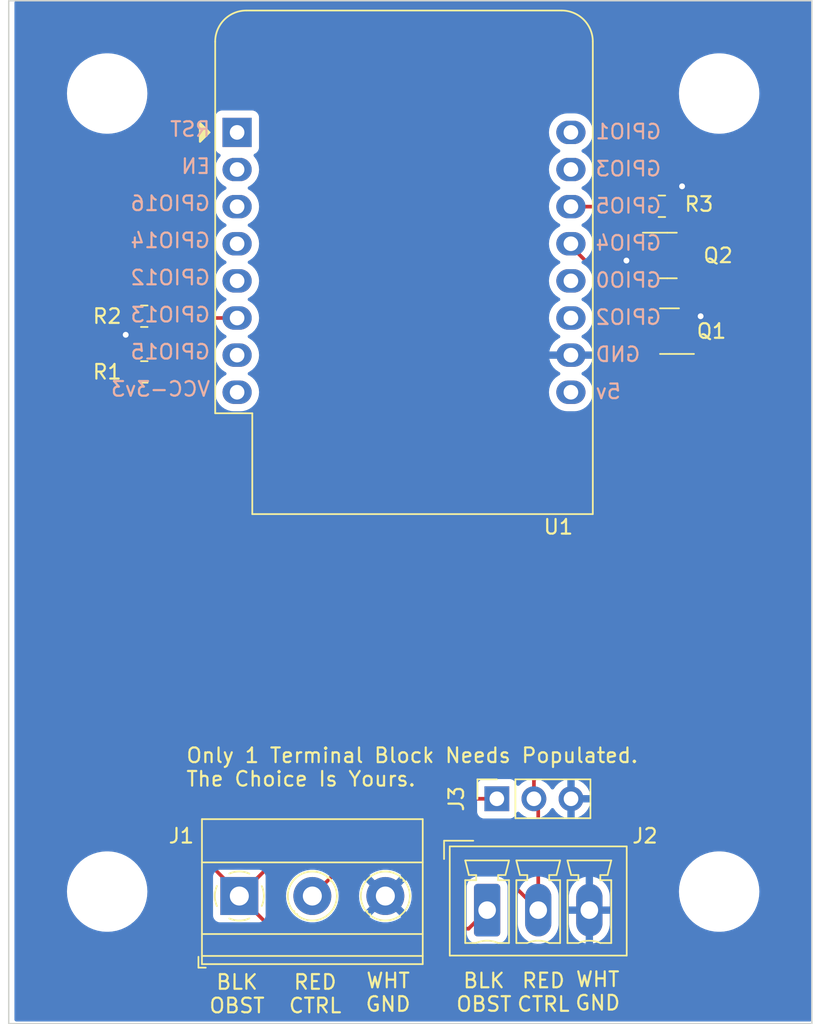
<source format=kicad_pcb>
(kicad_pcb (version 20221018) (generator pcbnew)
  (layers (0 "F.Cu" signal) (31 "B.Cu" signal) (34 "B.Paste" user) (35 "F.Paste" user) (36 "B.SilkS" user "B.Silkscreen") (37 "F.SilkS" user "F.Silkscreen") (38 "B.Mask" user) (39 "F.Mask" user) (44 "Edge.Cuts" user))
  (net 0 "")
  (net 1 "Net-(Q1-D)")
  (net 2 "Net-(Q2-G)")
  (net 3 "Net-(U1-MOSI{slash}D7)")
  (net 9 "unconnected-(U1-CS{slash}D8-Pad7)")
  (net 10 "+3.3V")
  (net 15 "GND")
  (net 16 "+5V")
  (net 17 "Net-(J1-Blk{slash}Obst)")
  (net 18 "Net-(J1-Red{slash}Cntrl)")
  (footprint "Resistor_SMD:R_0805_2012Metric" (layer "F.Cu") (at 158.638673 71.215222 180)
    (fp_text reference "R3" (at -2.54 0.144162) (layer "F.SilkS"))
    (fp_text value "10k")
    (fp_line (start -0.227064 -0.735) (end 0.227064 -0.735) (stroke (width 0.12)) (layer "F.SilkS"))
    (fp_line (start -0.227064 0.735) (end 0.227064 0.735) (stroke (width 0.12)) (layer "F.SilkS"))
    (pad "1" smd roundrect (at -0.9125 0 180) (size 1.025 1.4) (layers "F.Cu" "F.Paste" "F.Mask") (roundrect_rratio 0.243902439) (net 15 "GND"))
    (pad "2" smd roundrect (at 0.9125 0 180) (size 1.025 1.4) (layers "F.Cu" "F.Paste" "F.Mask") (roundrect_rratio 0.243902439) (net 2 "Net-(Q2-G)"))
  )
  (footprint "MountingHole:MountingHole_5mm" (layer "F.Cu") (at 162.56 63.5)
    (fp_text reference "REF**" hide)
    (fp_text value "MountingHole_5mm")
    (pad "" np_thru_hole circle (at 0 0) (size 5 5) (drill 5) (layers "*.Cu" "*.Mask"))
  )
  (footprint "MountingHole:MountingHole_5mm" (layer "F.Cu") (at 162.56 118.11)
    (fp_text reference "REF**" hide)
    (fp_text value "MountingHole_5mm")
    (pad "" np_thru_hole circle (at 0 0) (size 5 5) (drill 5) (layers "F&B.Cu" "*.Mask"))
  )
  (footprint "Module:WEMOS_D1_mini_light" (layer "F.Cu") (at 129.5475 66.16)
    (fp_text reference "U1" (at 22 27) (layer "F.SilkS"))
    (fp_text value "WeMos_D1_mini")
    (fp_line (start -1.5 19.22) (end -1.5 -6.21) (stroke (width 0.12)) (layer "F.SilkS"))
    (fp_line (start -1.5 19.22) (end 1.04 19.22) (stroke (width 0.12)) (layer "F.SilkS"))
    (fp_line (start 1.04 19.22) (end 1.04 26.12) (stroke (width 0.12)) (layer "F.SilkS"))
    (fp_line (start 1.04 26.12) (end 24.36 26.12) (stroke (width 0.12)) (layer "F.SilkS"))
    (fp_line (start 22.24 -8.34) (end 0.63 -8.34) (stroke (width 0.12)) (layer "F.SilkS"))
    (fp_line (start 24.36 26.12) (end 24.36 -6.21) (stroke (width 0.12)) (layer "F.SilkS"))
    (fp_arc (start -1.5 -6.21) (mid -0.876137 -7.716137) (end 0.63 -8.34) (stroke (width 0.12)) (layer "F.SilkS"))
    (fp_arc (start 22.23 -8.34) (mid 23.736137 -7.716137) (end 24.36 -6.21) (stroke (width 0.12)) (layer "F.SilkS"))
    (fp_poly (pts (xy -2.54 -0.635) (xy -2.54 0.635) (xy -1.905 0)) (stroke (width 0.15)) (fill solid) (layer "F.SilkS"))
    (pad "1" thru_hole rect (at 0 0) (size 2 2) (drill 1) (layers "*.Cu" "*.Mask"))
    (pad "2" thru_hole oval (at 0 2.54) (size 2 1.6) (drill 1) (layers "*.Cu" "*.Mask"))
    (pad "3" thru_hole oval (at 0 5.08) (size 2 1.6) (drill 1) (layers "*.Cu" "*.Mask"))
    (pad "4" thru_hole oval (at 0 7.62) (size 2 1.6) (drill 1) (layers "*.Cu" "*.Mask"))
    (pad "5" thru_hole oval (at 0 10.16) (size 2 1.6) (drill 1) (layers "*.Cu" "*.Mask"))
    (pad "6" thru_hole oval (at 0 12.7) (size 2 1.6) (drill 1) (layers "*.Cu" "*.Mask") (net 3 "Net-(U1-MOSI{slash}D7)"))
    (pad "7" thru_hole oval (at 0 15.24) (size 2 1.6) (drill 1) (layers "*.Cu" "*.Mask") (net 9 "unconnected-(U1-CS{slash}D8-Pad7)"))
    (pad "8" thru_hole oval (at 0 17.78) (size 2 1.6) (drill 1) (layers "*.Cu" "*.Mask") (net 10 "+3.3V"))
    (pad "9" thru_hole oval (at 22.86 17.78) (size 2 1.6) (drill 1) (layers "*.Cu" "*.Mask") (net 16 "+5V"))
    (pad "10" thru_hole oval (at 22.86 15.24) (size 2 1.6) (drill 1) (layers "*.Cu" "*.Mask") (net 15 "GND"))
    (pad "11" thru_hole oval (at 22.86 12.7) (size 2 1.6) (drill 1) (layers "*.Cu" "*.Mask"))
    (pad "12" thru_hole oval (at 22.86 10.16) (size 2 1.6) (drill 1) (layers "*.Cu" "*.Mask"))
    (pad "13" thru_hole oval (at 22.86 7.62) (size 2 1.6) (drill 1) (layers "*.Cu" "*.Mask") (net 1 "Net-(Q1-D)"))
    (pad "14" thru_hole oval (at 22.86 5.08) (size 2 1.6) (drill 1) (layers "*.Cu" "*.Mask") (net 2 "Net-(Q2-G)"))
    (pad "15" thru_hole oval (at 22.86 2.54) (size 2 1.6) (drill 1) (layers "*.Cu" "*.Mask"))
    (pad "16" thru_hole oval (at 22.86 0) (size 2 1.6) (drill 1) (layers "*.Cu" "*.Mask"))
  )
  (footprint "MountingHole:MountingHole_5mm" (layer "F.Cu") (at 120.65 118.11)
    (fp_text reference "REF**" hide)
    (fp_text value "MountingHole_5mm")
    (pad "" np_thru_hole circle (at 0 0) (size 5 5) (drill 5) (layers "F&B.Cu" "*.Mask"))
  )
  (footprint "Connector_PinSocket_2.54mm:PinSocket_1x03_P2.54mm_Vertical" (layer "F.Cu") (at 147.335 111.76 90)
    (fp_text reference "J3" (at 0 -2.77 90) (layer "F.SilkS"))
    (fp_text value "Screw_Terminal_01x03")
    (fp_line (start -1.33 1.27) (end -1.33 6.41) (stroke (width 0.12)) (layer "F.SilkS"))
    (fp_line (start -1.33 1.27) (end 1.33 1.27) (stroke (width 0.12)) (layer "F.SilkS"))
    (fp_line (start -1.33 6.41) (end 1.33 6.41) (stroke (width 0.12)) (layer "F.SilkS"))
    (fp_line (start 0 -1.33) (end 1.33 -1.33) (stroke (width 0.12)) (layer "F.SilkS"))
    (fp_line (start 1.33 -1.33) (end 1.33 0) (stroke (width 0.12)) (layer "F.SilkS"))
    (fp_line (start 1.33 1.27) (end 1.33 6.41) (stroke (width 0.12)) (layer "F.SilkS"))
    (pad "1" thru_hole rect (at 0 0 90) (size 1.7 1.7) (drill 1) (layers "*.Cu" "*.Mask") (net 17 "Net-(J1-Blk{slash}Obst)"))
    (pad "2" thru_hole oval (at 0 2.54 90) (size 1.7 1.7) (drill 1) (layers "*.Cu" "*.Mask") (net 18 "Net-(J1-Red{slash}Cntrl)"))
    (pad "3" thru_hole oval (at 0 5.08 90) (size 1.7 1.7) (drill 1) (layers "*.Cu" "*.Mask") (net 15 "GND"))
  )
  (footprint "MountingHole:MountingHole_5mm" (layer "F.Cu") (at 120.65 63.5)
    (fp_text reference "REF**" hide)
    (fp_text value "MountingHole_5mm")
    (pad "" np_thru_hole circle (at 0 0) (size 5 5) (drill 5) (layers "F&B.Cu" "*.Mask"))
  )
  (footprint "Package_TO_SOT_SMD:SOT-23" (layer "F.Cu") (at 159.009257 74.582843)
    (fp_text reference "Q2" (at 3.4775 0) (layer "F.SilkS"))
    (fp_text value "AO3400A")
    (fp_line (start 0 -1.56) (end -1.675 -1.56) (stroke (width 0.12)) (layer "F.SilkS"))
    (fp_line (start 0 -1.56) (end 0.65 -1.56) (stroke (width 0.12)) (layer "F.SilkS"))
    (fp_line (start 0 1.56) (end -0.65 1.56) (stroke (width 0.12)) (layer "F.SilkS"))
    (fp_line (start 0 1.56) (end 0.65 1.56) (stroke (width 0.12)) (layer "F.SilkS"))
    (pad "1" smd roundrect (at -0.9375 -0.95) (size 1.475 0.6) (layers "F.Cu" "F.Paste" "F.Mask") (net 2 "Net-(Q2-G)"))
    (pad "2" smd roundrect (at -0.9375 0.95) (size 1.475 0.6) (layers "F.Cu" "F.Paste" "F.Mask") (net 15 "GND"))
    (pad "3" smd roundrect (at 0.9375 0) (size 1.475 0.6) (layers "F.Cu" "F.Paste" "F.Mask") (net 18 "Net-(J1-Red{slash}Cntrl)"))
  )
  (footprint "Package_TO_SOT_SMD:SOT-23" (layer "F.Cu") (at 159.1587 79.759515 180)
    (fp_text reference "Q1" (at -2.8725 0) (layer "F.SilkS"))
    (fp_text value "2N7002")
    (fp_line (start 0 -1.56) (end -1.675 -1.56) (stroke (width 0.12)) (layer "F.SilkS"))
    (fp_line (start 0 -1.56) (end 0.65 -1.56) (stroke (width 0.12)) (layer "F.SilkS"))
    (fp_line (start 0 1.56) (end -0.65 1.56) (stroke (width 0.12)) (layer "F.SilkS"))
    (fp_line (start 0 1.56) (end 0.65 1.56) (stroke (width 0.12)) (layer "F.SilkS"))
    (pad "1" smd roundrect (at -0.9375 -0.95 180) (size 1.475 0.6) (layers "F.Cu" "F.Paste" "F.Mask") (net 18 "Net-(J1-Red{slash}Cntrl)"))
    (pad "2" smd roundrect (at -0.9375 0.95 180) (size 1.475 0.6) (layers "F.Cu" "F.Paste" "F.Mask") (net 15 "GND"))
    (pad "3" smd roundrect (at 0.9375 0 180) (size 1.475 0.6) (layers "F.Cu" "F.Paste" "F.Mask") (net 1 "Net-(Q1-D)"))
  )
  (footprint "Connector_Phoenix_MC:PhoenixContact_MCV_1,5_3-G-3.5_1x03_P3.50mm_Vertical" (layer "F.Cu") (at 146.67 119.38)
    (fp_text reference "J2" (at 10.81 -5.08) (layer "F.SilkS"))
    (fp_text value "Screw_Terminal_01x03")
    (fp_line (start -2.95 -4.75) (end -0.95 -4.75) (stroke (width 0.12)) (layer "F.SilkS"))
    (fp_line (start -2.95 -3.5) (end -2.95 -4.75) (stroke (width 0.12)) (layer "F.SilkS"))
    (fp_line (start -2.56 -4.36) (end -2.56 3.11) (stroke (width 0.12)) (layer "F.SilkS"))
    (fp_line (start -2.56 3.11) (end 9.56 3.11) (stroke (width 0.12)) (layer "F.SilkS"))
    (fp_line (start -1.5 -3.4) (end 1.5 -3.4) (stroke (width 0.12)) (layer "F.SilkS"))
    (fp_line (start -1.5 -2.05) (end -0.75 -2.05) (stroke (width 0.12)) (layer "F.SilkS"))
    (fp_line (start -1.5 2.25) (end -1.5 -2.05) (stroke (width 0.12)) (layer "F.SilkS"))
    (fp_line (start -1.25 -2.4) (end -1.5 -3.4) (stroke (width 0.12)) (layer "F.SilkS"))
    (fp_line (start -0.75 -2.4) (end -1.25 -2.4) (stroke (width 0.12)) (layer "F.SilkS"))
    (fp_line (start -0.75 -2.05) (end -0.75 -2.4) (stroke (width 0.12)) (layer "F.SilkS"))
    (fp_line (start -0.75 2.25) (end -1.5 2.25) (stroke (width 0.12)) (layer "F.SilkS"))
    (fp_line (start 0.75 -2.4) (end 0.75 -2.05) (stroke (width 0.12)) (layer "F.SilkS"))
    (fp_line (start 0.75 -2.05) (end 1.5 -2.05) (stroke (width 0.12)) (layer "F.SilkS"))
    (fp_line (start 1.25 -2.4) (end 0.75 -2.4) (stroke (width 0.12)) (layer "F.SilkS"))
    (fp_line (start 1.5 -3.4) (end 1.25 -2.4) (stroke (width 0.12)) (layer "F.SilkS"))
    (fp_line (start 1.5 -2.05) (end 1.5 2.25) (stroke (width 0.12)) (layer "F.SilkS"))
    (fp_line (start 1.5 2.25) (end 0.75 2.25) (stroke (width 0.12)) (layer "F.SilkS"))
    (fp_line (start 2 -3.4) (end 5 -3.4) (stroke (width 0.12)) (layer "F.SilkS"))
    (fp_line (start 2 -2.05) (end 2.75 -2.05) (stroke (width 0.12)) (layer "F.SilkS"))
    (fp_line (start 2 2.25) (end 2 -2.05) (stroke (width 0.12)) (layer "F.SilkS"))
    (fp_line (start 2.25 -2.4) (end 2 -3.4) (stroke (width 0.12)) (layer "F.SilkS"))
    (fp_line (start 2.75 -2.4) (end 2.25 -2.4) (stroke (width 0.12)) (layer "F.SilkS"))
    (fp_line (start 2.75 -2.05) (end 2.75 -2.4) (stroke (width 0.12)) (layer "F.SilkS"))
    (fp_line (start 2.75 2.25) (end 2 2.25) (stroke (width 0.12)) (layer "F.SilkS"))
    (fp_line (start 4.25 -2.4) (end 4.25 -2.05) (stroke (width 0.12)) (layer "F.SilkS"))
    (fp_line (start 4.25 -2.05) (end 5 -2.05) (stroke (width 0.12)) (layer "F.SilkS"))
    (fp_line (start 4.75 -2.4) (end 4.25 -2.4) (stroke (width 0.12)) (layer "F.SilkS"))
    (fp_line (start 5 -3.4) (end 4.75 -2.4) (stroke (width 0.12)) (layer "F.SilkS"))
    (fp_line (start 5 -2.05) (end 5 2.25) (stroke (width 0.12)) (layer "F.SilkS"))
    (fp_line (start 5 2.25) (end 4.25 2.25) (stroke (width 0.12)) (layer "F.SilkS"))
    (fp_line (start 5.5 -3.4) (end 8.5 -3.4) (stroke (width 0.12)) (layer "F.SilkS"))
    (fp_line (start 5.5 -2.05) (end 6.25 -2.05) (stroke (width 0.12)) (layer "F.SilkS"))
    (fp_line (start 5.5 2.25) (end 5.5 -2.05) (stroke (width 0.12)) (layer "F.SilkS"))
    (fp_line (start 5.75 -2.4) (end 5.5 -3.4) (stroke (width 0.12)) (layer "F.SilkS"))
    (fp_line (start 6.25 -2.4) (end 5.75 -2.4) (stroke (width 0.12)) (layer "F.SilkS"))
    (fp_line (start 6.25 -2.05) (end 6.25 -2.4) (stroke (width 0.12)) (layer "F.SilkS"))
    (fp_line (start 6.25 2.25) (end 5.5 2.25) (stroke (width 0.12)) (layer "F.SilkS"))
    (fp_line (start 7.75 -2.4) (end 7.75 -2.05) (stroke (width 0.12)) (layer "F.SilkS"))
    (fp_line (start 7.75 -2.05) (end 8.5 -2.05) (stroke (width 0.12)) (layer "F.SilkS"))
    (fp_line (start 8.25 -2.4) (end 7.75 -2.4) (stroke (width 0.12)) (layer "F.SilkS"))
    (fp_line (start 8.5 -3.4) (end 8.25 -2.4) (stroke (width 0.12)) (layer "F.SilkS"))
    (fp_line (start 8.5 -2.05) (end 8.5 2.25) (stroke (width 0.12)) (layer "F.SilkS"))
    (fp_line (start 8.5 2.25) (end 7.75 2.25) (stroke (width 0.12)) (layer "F.SilkS"))
    (fp_line (start 9.56 -4.36) (end -2.56 -4.36) (stroke (width 0.12)) (layer "F.SilkS"))
    (fp_line (start 9.56 3.11) (end 9.56 -4.36) (stroke (width 0.12)) (layer "F.SilkS"))
    (fp_arc (start -0.75 2.25) (mid -0.000193 2.09191) (end 0.749647 2.249844) (stroke (width 0.12)) (layer "F.SilkS"))
    (fp_arc (start 2.75 2.25) (mid 3.499807 2.09191) (end 4.249647 2.249844) (stroke (width 0.12)) (layer "F.SilkS"))
    (fp_arc (start 6.25 2.25) (mid 6.999807 2.09191) (end 7.749647 2.249844) (stroke (width 0.12)) (layer "F.SilkS"))
    (pad "1" thru_hole roundrect (at 0 0) (size 1.8 3.6) (drill 1.2) (layers "*.Cu" "*.Mask") (roundrect_rratio 0.1388888889) (net 17 "Net-(J1-Blk{slash}Obst)"))
    (pad "2" thru_hole oval (at 3.5 0) (size 1.8 3.6) (drill 1.2) (layers "*.Cu" "*.Mask") (net 18 "Net-(J1-Red{slash}Cntrl)"))
    (pad "3" thru_hole oval (at 7 0) (size 1.8 3.6) (drill 1.2) (layers "*.Cu" "*.Mask") (net 15 "GND"))
  )
  (footprint "TerminalBlock_Phoenix:TerminalBlock_Phoenix_MKDS-1,5-3_1x03_P5.00mm_Horizontal" (layer "F.Cu") (at 129.7 118.415)
    (fp_text reference "J1" (at -3.97 -4.115) (layer "F.SilkS"))
    (fp_text value "Screw_Terminal_01x03")
    (fp_line (start -2.8 4.16) (end -2.8 4.9) (stroke (width 0.12)) (layer "F.SilkS"))
    (fp_line (start -2.8 4.9) (end -2.3 4.9) (stroke (width 0.12)) (layer "F.SilkS"))
    (fp_line (start -2.56 -5.261) (end -2.56 4.66) (stroke (width 0.12)) (layer "F.SilkS"))
    (fp_line (start -2.56 -5.261) (end 12.56 -5.261) (stroke (width 0.12)) (layer "F.SilkS"))
    (fp_line (start -2.56 -2.301) (end 12.56 -2.301) (stroke (width 0.12)) (layer "F.SilkS"))
    (fp_line (start -2.56 2.6) (end 12.56 2.6) (stroke (width 0.12)) (layer "F.SilkS"))
    (fp_line (start -2.56 4.1) (end 12.56 4.1) (stroke (width 0.12)) (layer "F.SilkS"))
    (fp_line (start -2.56 4.66) (end 12.56 4.66) (stroke (width 0.12)) (layer "F.SilkS"))
    (fp_line (start 3.773 1.023) (end 3.726 1.069) (stroke (width 0.12)) (layer "F.SilkS"))
    (fp_line (start 3.966 1.239) (end 3.931 1.274) (stroke (width 0.12)) (layer "F.SilkS"))
    (fp_line (start 6.07 -1.275) (end 6.035 -1.239) (stroke (width 0.12)) (layer "F.SilkS"))
    (fp_line (start 6.275 -1.069) (end 6.228 -1.023) (stroke (width 0.12)) (layer "F.SilkS"))
    (fp_line (start 8.773 1.023) (end 8.726 1.069) (stroke (width 0.12)) (layer "F.SilkS"))
    (fp_line (start 8.966 1.239) (end 8.931 1.274) (stroke (width 0.12)) (layer "F.SilkS"))
    (fp_line (start 11.07 -1.275) (end 11.035 -1.239) (stroke (width 0.12)) (layer "F.SilkS"))
    (fp_line (start 11.275 -1.069) (end 11.228 -1.023) (stroke (width 0.12)) (layer "F.SilkS"))
    (fp_line (start 12.56 -5.261) (end 12.56 4.66) (stroke (width 0.12)) (layer "F.SilkS"))
    (fp_arc (start -1.535427 0.683042) (mid -1.680501 -0.000524) (end -1.535 -0.684) (stroke (width 0.12)) (layer "F.SilkS"))
    (fp_arc (start -0.683042 -1.535427) (mid 0.000524 -1.680501) (end 0.684 -1.535) (stroke (width 0.12)) (layer "F.SilkS"))
    (fp_arc (start 0.028805 1.680253) (mid -0.335551 1.646659) (end -0.684 1.535) (stroke (width 0.12)) (layer "F.SilkS"))
    (fp_arc (start 0.683318 1.534756) (mid 0.349292 1.643288) (end 0 1.68) (stroke (width 0.12)) (layer "F.SilkS"))
    (fp_arc (start 1.535427 -0.683042) (mid 1.680501 0.000524) (end 1.535 0.684) (stroke (width 0.12)) (layer "F.SilkS"))
    (fp_circle (center 5 0) (end 6.68 0) (stroke (width 0.12)) (fill none) (layer "F.SilkS"))
    (fp_circle (center 10 0) (end 11.68 0) (stroke (width 0.12)) (fill none) (layer "F.SilkS"))
    (pad "1" thru_hole rect (at 0 0) (size 2.6 2.6) (drill 1.3) (layers "*.Cu" "*.Mask") (net 17 "Net-(J1-Blk{slash}Obst)"))
    (pad "2" thru_hole circle (at 5 0) (size 2.6 2.6) (drill 1.3) (layers "*.Cu" "*.Mask") (net 18 "Net-(J1-Red{slash}Cntrl)"))
    (pad "3" thru_hole circle (at 10 0) (size 2.6 2.6) (drill 1.3) (layers "*.Cu" "*.Mask") (net 15 "GND"))
  )
  (footprint "Resistor_SMD:R_0805_2012Metric" (layer "F.Cu") (at 123.19 78.74 180)
    (fp_text reference "R2" (at 2.54 0) (layer "F.SilkS"))
    (fp_text value "10k")
    (fp_line (start -0.227064 -0.735) (end 0.227064 -0.735) (stroke (width 0.12)) (layer "F.SilkS"))
    (fp_line (start -0.227064 0.735) (end 0.227064 0.735) (stroke (width 0.12)) (layer "F.SilkS"))
    (pad "1" smd roundrect (at -0.9125 0 180) (size 1.025 1.4) (layers "F.Cu" "F.Paste" "F.Mask") (roundrect_rratio 0.243902439) (net 3 "Net-(U1-MOSI{slash}D7)"))
    (pad "2" smd roundrect (at 0.9125 0 180) (size 1.025 1.4) (layers "F.Cu" "F.Paste" "F.Mask") (roundrect_rratio 0.243902439) (net 15 "GND"))
  )
  (footprint "Resistor_SMD:R_0805_2012Metric" (layer "F.Cu") (at 123.19 82.55)
    (fp_text reference "R1" (at -2.54 0) (layer "F.SilkS"))
    (fp_text value "10k")
    (fp_line (start -0.227064 -0.735) (end 0.227064 -0.735) (stroke (width 0.12)) (layer "F.SilkS"))
    (fp_line (start -0.227064 0.735) (end 0.227064 0.735) (stroke (width 0.12)) (layer "F.SilkS"))
    (pad "1" smd roundrect (at -0.9125 0) (size 1.025 1.4) (layers "F.Cu" "F.Paste" "F.Mask") (roundrect_rratio 0.243902439) (net 17 "Net-(J1-Blk{slash}Obst)"))
    (pad "2" smd roundrect (at 0.9125 0) (size 1.025 1.4) (layers "F.Cu" "F.Paste" "F.Mask") (roundrect_rratio 0.243902439) (net 3 "Net-(U1-MOSI{slash}D7)"))
  )
  (gr_rect (start 113.91 57.15) (end 168.91 127.15) (stroke (width 0.1)) (fill none) (layer "Edge.Cuts"))
  (gr_text "GPIO0" (at 158.68124 76.855989) (layer "B.SilkS") (effects (font (size 1 1)) (justify left bottom mirror)))
  (gr_text "RST" (at 127.785908 66.525297) (layer "B.SilkS") (effects (font (size 1 1)) (justify left bottom mirror)))
  (gr_text "GPIO5" (at 158.68124 71.775989) (layer "B.SilkS") (effects (font (size 1 1)) (justify left bottom mirror)))
  (gr_text "GPIO3" (at 158.68124 69.235989) (layer "B.SilkS") (effects (font (size 1 1)) (justify left bottom mirror)))
  (gr_text "GPIO2" (at 158.68124 79.395989) (layer "B.SilkS") (effects (font (size 1 1)) (justify left bottom mirror)))
  (gr_text "GPIO13" (at 127.785908 79.225297) (layer "B.SilkS") (effects (font (size 1 1)) (justify left bottom mirror)))
  (gr_text "5v" (at 155.919336 84.475989) (layer "B.SilkS") (effects (font (size 1 1)) (justify left bottom mirror)))
  (gr_text "GPIO15" (at 127.785908 81.765297) (layer "B.SilkS") (effects (font (size 1 1)) (justify left bottom mirror)))
  (gr_text "EN" (at 127.785908 69.065297) (layer "B.SilkS") (effects (font (size 1 1)) (justify left bottom mirror)))
  (gr_text "GPIO12" (at 127.785908 76.685297) (layer "B.SilkS") (effects (font (size 1 1)) (justify left bottom mirror)))
  (gr_text "GPIO1" (at 158.68124 66.695989) (layer "B.SilkS") (effects (font (size 1 1)) (justify left bottom mirror)))
  (gr_text "VCC-3v3" (at 127.785908 84.305297) (layer "B.SilkS") (effects (font (size 1 1)) (justify left bottom mirror)))
  (gr_text "GND" (at 157.252669 81.935989) (layer "B.SilkS") (effects (font (size 1 1)) (justify left bottom mirror)))
  (gr_text "GPIO14" (at 127.785908 74.145297) (layer "B.SilkS") (effects (font (size 1 1)) (justify left bottom mirror)))
  (gr_text "GPIO16" (at 127.785908 71.605297) (layer "B.SilkS") (effects (font (size 1 1)) (justify left bottom mirror)))
  (gr_text "GPIO4" (at 158.68124 74.315989) (layer "B.SilkS") (effects (font (size 1 1)) (justify left bottom mirror)))
  (gr_text "BLK\nOBST" (at 146.447233 126.397903) (layer "F.SilkS") (effects (font (size 1 1)) (justify bottom)))
  (gr_text "RED\nCTRL" (at 134.894489 126.499836) (layer "F.SilkS") (effects (font (size 1 1)) (justify bottom)))
  (gr_text "RED\nCTRL" (at 150.524231 126.397903) (layer "F.SilkS") (effects (font (size 1 1)) (justify bottom)))
  (gr_text "WHT\nGND" (at 139.891836 126.397903) (layer "F.SilkS") (effects (font (size 1 1)) (justify bottom)))
  (gr_text "Only 1 Terminal Block Needs Populated.\nThe Choice Is Yours." (at 125.988789 110.988208) (layer "F.SilkS") (effects (font (size 1 1)) (justify left bottom)))
  (gr_text "BLK\nOBST" (at 129.54 126.499836) (layer "F.SilkS") (effects (font (size 1 1)) (justify bottom)))
  (gr_text "WHT\nGND" (at 154.244087 126.311228) (layer "F.SilkS") (effects (font (size 1 1)) (justify bottom)))
  (segment (start 158.2212 79.759515) (end 152.4075 73.945815) (width 0.25) (layer "F.Cu") (net 1))
  (segment (start 152.4075 73.945815) (end 152.4075 73.78) (width 0.25) (layer "F.Cu") (net 1))
  (segment (start 157.701395 71.24) (end 157.726173 71.215222) (width 0.25) (layer "F.Cu") (net 2))
  (segment (start 158.071757 71.560806) (end 158.071757 73.632843) (width 0.25) (layer "F.Cu") (net 2))
  (segment (start 152.4075 71.24) (end 157.701395 71.24) (width 0.25) (layer "F.Cu") (net 2))
  (segment (start 157.726173 71.215222) (end 158.071757 71.560806) (width 0.25) (layer "F.Cu") (net 2))
  (segment (start 124.2225 78.86) (end 129.5475 78.86) (width 0.25) (layer "F.Cu") (net 3))
  (segment (start 124.1025 78.74) (end 124.2225 78.86) (width 0.25) (layer "F.Cu") (net 3))
  (segment (start 124.1025 82.55) (end 124.1025 78.74) (width 0.25) (layer "F.Cu") (net 3))
  (segment (start 129.66 81.4) (end 129.5475 81.4) (width 0.25) (layer "F.Cu") (net 9))
  (segment (start 156.812843 75.532843) (end 156.21 74.93) (width 0.25) (layer "F.Cu") (net 15))
  (segment (start 122.2775 78.74) (end 122.2775 79.6525) (width 0.25) (layer "F.Cu") (net 15))
  (segment (start 160.0962 78.809515) (end 161.220485 78.809515) (width 0.25) (layer "F.Cu") (net 15))
  (segment (start 158.071757 75.532843) (end 156.812843 75.532843) (width 0.25) (layer "F.Cu") (net 15))
  (segment (start 161.220485 78.809515) (end 161.29 78.74) (width 0.25) (layer "F.Cu") (net 15))
  (segment (start 159.551173 71.215222) (end 159.551173 70.318827) (width 0.25) (layer "F.Cu") (net 15))
  (segment (start 159.551173 70.318827) (end 160.02 69.85) (width 0.25) (layer "F.Cu") (net 15))
  (segment (start 122.2775 79.6525) (end 121.92 80.01) (width 0.25) (layer "F.Cu") (net 15))
  (via (at 160.02 69.85) (size 0.8) (drill 0.4) (layers "F.Cu" "B.Cu") (net 15))
  (via (at 156.21 74.93) (size 0.8) (drill 0.4) (layers "F.Cu" "B.Cu") (net 15))
  (via (at 121.92 80.01) (size 0.8) (drill 0.4) (layers "F.Cu" "B.Cu") (net 15))
  (via (at 161.29 78.74) (size 0.8) (drill 0.4) (layers "F.Cu" "B.Cu") (net 15))
  (segment (start 136.355 111.76) (end 147.335 111.76) (width 0.25) (layer "F.Cu") (net 17))
  (segment (start 129.7 118.27) (end 129.7 118.415) (width 0.25) (layer "F.Cu") (net 17))
  (segment (start 129.7 118.415) (end 131.935 120.65) (width 0.25) (layer "F.Cu") (net 17))
  (segment (start 131.935 120.65) (end 145.4 120.65) (width 0.25) (layer "F.Cu") (net 17))
  (segment (start 129.7 118.415) (end 136.355 111.76) (width 0.25) (layer "F.Cu") (net 17))
  (segment (start 122.2775 82.55) (end 122.2775 110.8475) (width 0.25) (layer "F.Cu") (net 17))
  (segment (start 122.2775 110.8475) (end 129.7 118.27) (width 0.25) (layer "F.Cu") (net 17))
  (segment (start 145.4 120.65) (end 146.67 119.38) (width 0.25) (layer "F.Cu") (net 17))
  (segment (start 160.26959 80.785715) (end 162.015 79.040305) (width 0.25) (layer "F.Cu") (net 18))
  (segment (start 162.015 79.040305) (end 162.015 76.651086) (width 0.25) (layer "F.Cu") (net 18))
  (segment (start 146.36 115.57) (end 150.17 119.38) (width 0.25) (layer "F.Cu") (net 18))
  (segment (start 150.17 119.38) (end 150.17 112.055) (width 0.25) (layer "F.Cu") (net 18))
  (segment (start 160.02 80.785715) (end 160.0962 80.709515) (width 0.25) (layer "F.Cu") (net 18))
  (segment (start 162.015 76.651086) (end 159.946757 74.582843) (width 0.25) (layer "F.Cu") (net 18))
  (segment (start 160.02 80.785715) (end 160.26959 80.785715) (width 0.25) (layer "F.Cu") (net 18))
  (segment (start 150.17 112.055) (end 149.875 111.76) (width 0.25) (layer "F.Cu") (net 18))
  (segment (start 134.7 118.415) (end 137.545 115.57) (width 0.25) (layer "F.Cu") (net 18))
  (segment (start 149.875 111.76) (end 149.875 110.475) (width 0.25) (layer "F.Cu") (net 18))
  (segment (start 137.545 115.57) (end 146.36 115.57) (width 0.25) (layer "F.Cu") (net 18))
  (segment (start 149.875 110.475) (end 160.02 100.33) (width 0.25) (layer "F.Cu") (net 18))
  (segment (start 160.02 100.33) (end 160.02 80.785715) (width 0.25) (layer "F.Cu") (net 18))
  (zone (net 15) (net_name "GND") (layer "B.Cu") (connect_pads (clearance 0.5)) (min_thickness 0.25) (fill yes (thermal_gap 0.5) (thermal_bridge_width 0.5))
    (polygon (pts (xy 114.3 57.15) (xy 168.91 57.15) (xy 168.91 127) (xy 114.3 127)))
  )
)
</source>
